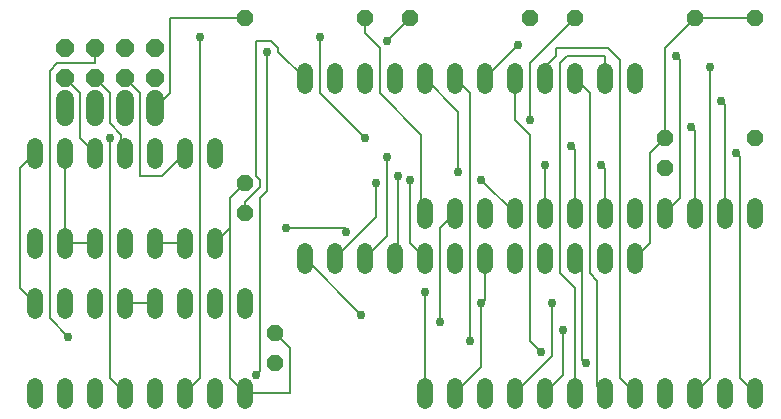
<source format=gbr>
G04 EAGLE Gerber RS-274X export*
G75*
%MOMM*%
%FSLAX34Y34*%
%LPD*%
%INTop Copper*%
%IPPOS*%
%AMOC8*
5,1,8,0,0,1.08239X$1,22.5*%
G01*
%ADD10C,1.320800*%
%ADD11P,1.649562X8X202.500000*%
%ADD12C,1.524000*%
%ADD13P,1.429621X8X202.500000*%
%ADD14P,1.429621X8X292.500000*%
%ADD15C,0.152400*%
%ADD16C,0.756400*%


D10*
X533400Y298704D02*
X533400Y285496D01*
X508000Y285496D02*
X508000Y298704D01*
X381000Y298704D02*
X381000Y285496D01*
X355600Y285496D02*
X355600Y298704D01*
X482600Y298704D02*
X482600Y285496D01*
X457200Y285496D02*
X457200Y298704D01*
X406400Y298704D02*
X406400Y285496D01*
X431800Y285496D02*
X431800Y298704D01*
X330200Y298704D02*
X330200Y285496D01*
X304800Y285496D02*
X304800Y298704D01*
X279400Y298704D02*
X279400Y285496D01*
X254000Y285496D02*
X254000Y298704D01*
X254000Y146304D02*
X254000Y133096D01*
X279400Y133096D02*
X279400Y146304D01*
X304800Y146304D02*
X304800Y133096D01*
X330200Y133096D02*
X330200Y146304D01*
X355600Y146304D02*
X355600Y133096D01*
X381000Y133096D02*
X381000Y146304D01*
X406400Y146304D02*
X406400Y133096D01*
X431800Y133096D02*
X431800Y146304D01*
X457200Y146304D02*
X457200Y133096D01*
X482600Y133096D02*
X482600Y146304D01*
X508000Y146304D02*
X508000Y133096D01*
X533400Y133096D02*
X533400Y146304D01*
X635000Y171196D02*
X635000Y184404D01*
X609600Y184404D02*
X609600Y171196D01*
X584200Y171196D02*
X584200Y184404D01*
X558800Y184404D02*
X558800Y171196D01*
X533400Y171196D02*
X533400Y184404D01*
X508000Y184404D02*
X508000Y171196D01*
X482600Y171196D02*
X482600Y184404D01*
X457200Y184404D02*
X457200Y171196D01*
X431800Y171196D02*
X431800Y184404D01*
X406400Y184404D02*
X406400Y171196D01*
X381000Y171196D02*
X381000Y184404D01*
X355600Y184404D02*
X355600Y171196D01*
X355600Y32004D02*
X355600Y18796D01*
X381000Y18796D02*
X381000Y32004D01*
X406400Y32004D02*
X406400Y18796D01*
X431800Y18796D02*
X431800Y32004D01*
X457200Y32004D02*
X457200Y18796D01*
X482600Y18796D02*
X482600Y32004D01*
X508000Y32004D02*
X508000Y18796D01*
X533400Y18796D02*
X533400Y32004D01*
X558800Y32004D02*
X558800Y18796D01*
X584200Y18796D02*
X584200Y32004D01*
X609600Y32004D02*
X609600Y18796D01*
X635000Y18796D02*
X635000Y32004D01*
X203200Y94996D02*
X203200Y108204D01*
X177800Y108204D02*
X177800Y94996D01*
X50800Y94996D02*
X50800Y108204D01*
X25400Y108204D02*
X25400Y94996D01*
X152400Y94996D02*
X152400Y108204D01*
X127000Y108204D02*
X127000Y94996D01*
X76200Y94996D02*
X76200Y108204D01*
X101600Y108204D02*
X101600Y94996D01*
X25400Y32004D02*
X25400Y18796D01*
X50800Y18796D02*
X50800Y32004D01*
X76200Y32004D02*
X76200Y18796D01*
X101600Y18796D02*
X101600Y32004D01*
X127000Y32004D02*
X127000Y18796D01*
X152400Y18796D02*
X152400Y32004D01*
X177800Y32004D02*
X177800Y18796D01*
X203200Y18796D02*
X203200Y32004D01*
X177800Y221996D02*
X177800Y235204D01*
X152400Y235204D02*
X152400Y221996D01*
X25400Y221996D02*
X25400Y235204D01*
X25400Y159004D02*
X25400Y145796D01*
X127000Y221996D02*
X127000Y235204D01*
X101600Y235204D02*
X101600Y221996D01*
X50800Y221996D02*
X50800Y235204D01*
X76200Y235204D02*
X76200Y221996D01*
X50800Y159004D02*
X50800Y145796D01*
X76200Y145796D02*
X76200Y159004D01*
X101600Y159004D02*
X101600Y145796D01*
X127000Y145796D02*
X127000Y159004D01*
X152400Y159004D02*
X152400Y145796D01*
X177800Y145796D02*
X177800Y159004D01*
D11*
X127000Y317500D03*
X127000Y292100D03*
X101600Y317500D03*
X101600Y292100D03*
X76200Y317500D03*
X76200Y292100D03*
X50800Y317500D03*
X50800Y292100D03*
D12*
X127000Y274320D02*
X127000Y259080D01*
X101600Y259080D02*
X101600Y274320D01*
X76200Y274320D02*
X76200Y259080D01*
X50800Y259080D02*
X50800Y274320D01*
D13*
X304800Y342900D03*
X203200Y342900D03*
X444500Y342900D03*
X342900Y342900D03*
X584200Y342900D03*
X482600Y342900D03*
D14*
X635000Y342900D03*
X635000Y241300D03*
X228600Y76200D03*
X228600Y50800D03*
X203200Y203200D03*
X203200Y177800D03*
X558800Y241300D03*
X558800Y215900D03*
D15*
X25400Y101600D02*
X12700Y114300D01*
X12700Y215900D01*
X25400Y228600D01*
X231775Y314325D02*
X254000Y292100D01*
X231775Y314325D02*
X231775Y317500D01*
X225425Y323850D01*
X212725Y323850D01*
X212725Y209550D01*
X215900Y206375D01*
X215900Y200025D01*
X203200Y187325D01*
X203200Y177800D01*
X203200Y25400D02*
X241300Y25400D01*
X241300Y63500D01*
X228600Y76200D01*
X177800Y152400D02*
X190500Y165100D01*
X190500Y190500D01*
X203200Y203200D01*
X190500Y38100D02*
X203200Y25400D01*
X190500Y38100D02*
X190500Y165100D01*
X584200Y342900D02*
X635000Y342900D01*
X546100Y152400D02*
X533400Y139700D01*
X546100Y152400D02*
X546100Y228600D01*
X558800Y241300D01*
X558800Y317500D02*
X584200Y342900D01*
X558800Y317500D02*
X558800Y241300D01*
X355600Y177800D02*
X352425Y180975D01*
X352425Y244475D01*
X317500Y279400D01*
X317500Y317500D01*
X304800Y330200D01*
X304800Y342900D01*
X606425Y273050D02*
X609600Y269875D01*
X609600Y177800D01*
D16*
X606425Y273050D03*
D15*
X584200Y247650D02*
X581025Y250825D01*
X584200Y247650D02*
X584200Y177800D01*
D16*
X581025Y250825D03*
D15*
X571500Y307975D02*
X568325Y311150D01*
X571500Y307975D02*
X571500Y190500D01*
X558800Y177800D01*
D16*
X568325Y311150D03*
D15*
X301625Y92075D02*
X254000Y139700D01*
D16*
X301625Y92075D03*
D15*
X279400Y139700D02*
X314325Y174625D01*
X314325Y203200D01*
X504825Y219075D02*
X508000Y215900D01*
X508000Y177800D01*
D16*
X314325Y203200D03*
X504825Y219075D03*
D15*
X323850Y158750D02*
X304800Y139700D01*
X323850Y158750D02*
X323850Y225425D01*
X479425Y234950D02*
X482600Y231775D01*
X482600Y177800D01*
D16*
X323850Y225425D03*
X479425Y234950D03*
D15*
X333375Y142875D02*
X330200Y139700D01*
X333375Y142875D02*
X333375Y209550D01*
X457200Y219075D02*
X457200Y177800D01*
D16*
X333375Y209550D03*
X457200Y219075D03*
D15*
X355600Y139700D02*
X342900Y152400D01*
X342900Y206375D01*
X403225Y206375D02*
X431800Y177800D01*
D16*
X342900Y206375D03*
X403225Y206375D03*
D15*
X384175Y263525D02*
X355600Y292100D01*
X384175Y263525D02*
X384175Y212725D01*
X619125Y228600D02*
X622300Y225425D01*
X622300Y38100D01*
X635000Y25400D01*
D16*
X384175Y212725D03*
X619125Y228600D03*
D15*
X393700Y279400D02*
X393700Y69850D01*
X393700Y279400D02*
X381000Y292100D01*
D16*
X393700Y69850D03*
D15*
X584200Y25400D02*
X596900Y38100D01*
X596900Y301625D01*
X434975Y320675D02*
X406400Y292100D01*
D16*
X596900Y301625D03*
X434975Y320675D03*
D15*
X444500Y69850D02*
X454025Y60325D01*
X444500Y69850D02*
X444500Y244475D01*
X431800Y257175D01*
X431800Y292100D01*
D16*
X454025Y60325D03*
D15*
X520700Y38100D02*
X533400Y25400D01*
X520700Y38100D02*
X520700Y307975D01*
X511175Y317500D01*
X466725Y317500D01*
X466725Y311150D01*
X457200Y301625D01*
X457200Y292100D01*
X501650Y31750D02*
X508000Y25400D01*
X501650Y31750D02*
X501650Y120650D01*
X495300Y127000D01*
X495300Y279400D01*
X482600Y292100D01*
X463550Y57150D02*
X431800Y25400D01*
X463550Y57150D02*
X463550Y101600D01*
D16*
X463550Y101600D03*
D15*
X488950Y53975D02*
X492125Y50800D01*
X488950Y53975D02*
X488950Y133350D01*
X482600Y139700D01*
D16*
X492125Y50800D03*
D15*
X406400Y104775D02*
X403225Y101600D01*
X406400Y104775D02*
X406400Y139700D01*
X403225Y47625D02*
X381000Y25400D01*
X403225Y47625D02*
X403225Y101600D01*
D16*
X403225Y101600D03*
D15*
X355600Y111125D02*
X355600Y25400D01*
D16*
X355600Y111125D03*
D15*
X482600Y114300D02*
X482600Y25400D01*
X482600Y114300D02*
X469900Y127000D01*
X469900Y304800D01*
X476250Y311150D01*
X508000Y311150D01*
X508000Y292100D01*
X473075Y41275D02*
X457200Y25400D01*
X473075Y41275D02*
X473075Y79375D01*
D16*
X473075Y79375D03*
D15*
X288925Y165100D02*
X238125Y165100D01*
X288925Y165100D02*
X288925Y161925D01*
D16*
X238125Y165100D03*
X288925Y161925D03*
D15*
X127000Y101600D02*
X101600Y101600D01*
X368300Y165100D02*
X381000Y177800D01*
X368300Y165100D02*
X368300Y85725D01*
D16*
X368300Y85725D03*
D15*
X152400Y152400D02*
X127000Y152400D01*
X76200Y152400D02*
X50800Y152400D01*
X50800Y228600D01*
X215900Y44450D02*
X212725Y41275D01*
X215900Y44450D02*
X215900Y190500D01*
X222250Y196850D01*
X222250Y314325D01*
D16*
X212725Y41275D03*
X222250Y314325D03*
D15*
X165100Y38100D02*
X152400Y25400D01*
X165100Y38100D02*
X165100Y327025D01*
D16*
X165100Y327025D03*
D15*
X38100Y88900D02*
X53975Y73025D01*
X38100Y88900D02*
X38100Y298450D01*
X44450Y304800D01*
X76200Y304800D01*
X76200Y317500D01*
D16*
X53975Y73025D03*
D15*
X88900Y38100D02*
X101600Y25400D01*
X88900Y38100D02*
X88900Y241300D01*
D16*
X88900Y241300D03*
D15*
X133350Y209550D02*
X152400Y228600D01*
X133350Y209550D02*
X114300Y209550D01*
X114300Y279400D01*
X101600Y292100D01*
X98425Y231775D02*
X101600Y228600D01*
X98425Y231775D02*
X98425Y244475D01*
X88900Y254000D01*
X88900Y279400D01*
X76200Y292100D01*
X63500Y241300D02*
X76200Y228600D01*
X63500Y241300D02*
X63500Y279400D01*
X50800Y292100D01*
X139700Y342900D02*
X203200Y342900D01*
X139700Y342900D02*
X139700Y279400D01*
X127000Y266700D01*
X323850Y323850D02*
X342900Y342900D01*
D16*
X323850Y323850D03*
D15*
X444500Y304800D02*
X482600Y342900D01*
X444500Y304800D02*
X444500Y257175D01*
D16*
X444500Y257175D03*
D15*
X304800Y241300D02*
X266700Y279400D01*
X266700Y327025D01*
D16*
X304800Y241300D03*
X266700Y327025D03*
M02*

</source>
